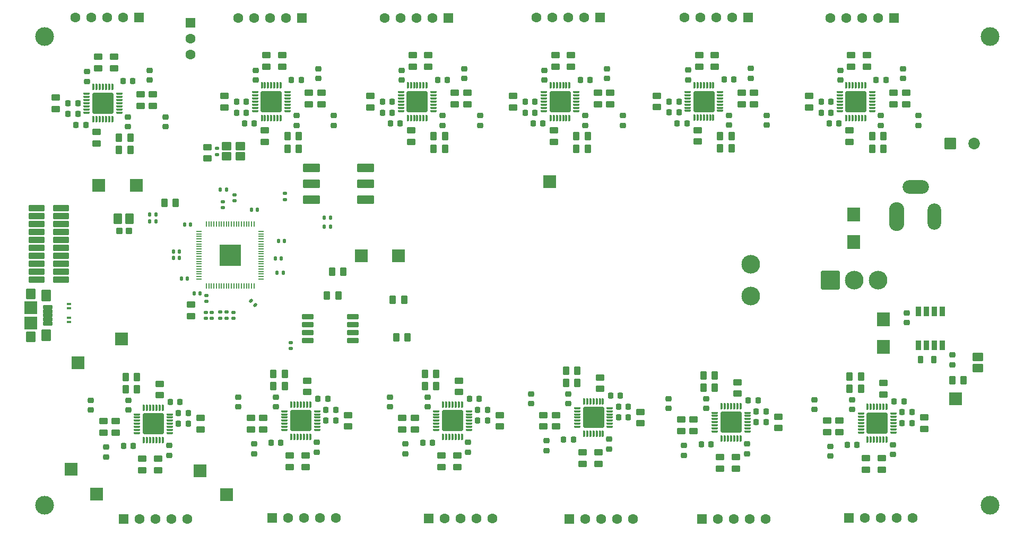
<source format=gbr>
%TF.GenerationSoftware,KiCad,Pcbnew,9.0.0*%
%TF.CreationDate,2025-04-24T16:42:49+01:00*%
%TF.ProjectId,DST,4453542e-6b69-4636-9164-5f7063625858,rev?*%
%TF.SameCoordinates,Original*%
%TF.FileFunction,Soldermask,Top*%
%TF.FilePolarity,Negative*%
%FSLAX46Y46*%
G04 Gerber Fmt 4.6, Leading zero omitted, Abs format (unit mm)*
G04 Created by KiCad (PCBNEW 9.0.0) date 2025-04-24 16:42:49*
%MOMM*%
%LPD*%
G01*
G04 APERTURE LIST*
G04 Aperture macros list*
%AMRoundRect*
0 Rectangle with rounded corners*
0 $1 Rounding radius*
0 $2 $3 $4 $5 $6 $7 $8 $9 X,Y pos of 4 corners*
0 Add a 4 corners polygon primitive as box body*
4,1,4,$2,$3,$4,$5,$6,$7,$8,$9,$2,$3,0*
0 Add four circle primitives for the rounded corners*
1,1,$1+$1,$2,$3*
1,1,$1+$1,$4,$5*
1,1,$1+$1,$6,$7*
1,1,$1+$1,$8,$9*
0 Add four rect primitives between the rounded corners*
20,1,$1+$1,$2,$3,$4,$5,0*
20,1,$1+$1,$4,$5,$6,$7,0*
20,1,$1+$1,$6,$7,$8,$9,0*
20,1,$1+$1,$8,$9,$2,$3,0*%
G04 Aperture macros list end*
%ADD10RoundRect,0.050000X-0.450000X-0.127000X0.450000X-0.127000X0.450000X0.127000X-0.450000X0.127000X0*%
%ADD11RoundRect,0.050000X-0.127000X-0.450000X0.127000X-0.450000X0.127000X0.450000X-0.127000X0.450000X0*%
%ADD12RoundRect,0.102000X-1.550000X-1.550000X1.550000X-1.550000X1.550000X1.550000X-1.550000X1.550000X0*%
%ADD13RoundRect,0.050000X0.450000X0.127000X-0.450000X0.127000X-0.450000X-0.127000X0.450000X-0.127000X0*%
%ADD14RoundRect,0.050000X0.127000X0.450000X-0.127000X0.450000X-0.127000X-0.450000X0.127000X-0.450000X0*%
%ADD15RoundRect,0.102000X1.550000X1.550000X-1.550000X1.550000X-1.550000X-1.550000X1.550000X-1.550000X0*%
%ADD16RoundRect,0.102000X-0.699000X0.699000X-0.699000X-0.699000X0.699000X-0.699000X0.699000X0.699000X0*%
%ADD17C,1.602000*%
%ADD18RoundRect,0.225000X-0.250000X0.225000X-0.250000X-0.225000X0.250000X-0.225000X0.250000X0.225000X0*%
%ADD19RoundRect,0.250000X0.450000X-0.262500X0.450000X0.262500X-0.450000X0.262500X-0.450000X-0.262500X0*%
%ADD20RoundRect,0.250000X-0.450000X0.262500X-0.450000X-0.262500X0.450000X-0.262500X0.450000X0.262500X0*%
%ADD21RoundRect,0.250000X0.262500X0.450000X-0.262500X0.450000X-0.262500X-0.450000X0.262500X-0.450000X0*%
%ADD22RoundRect,0.140000X0.140000X0.170000X-0.140000X0.170000X-0.140000X-0.170000X0.140000X-0.170000X0*%
%ADD23RoundRect,0.135000X-0.185000X0.135000X-0.185000X-0.135000X0.185000X-0.135000X0.185000X0.135000X0*%
%ADD24RoundRect,0.225000X0.225000X0.250000X-0.225000X0.250000X-0.225000X-0.250000X0.225000X-0.250000X0*%
%ADD25RoundRect,0.102000X0.699000X0.699000X-0.699000X0.699000X-0.699000X-0.699000X0.699000X-0.699000X0*%
%ADD26C,3.000000*%
%ADD27RoundRect,0.225000X0.250000X-0.225000X0.250000X0.225000X-0.250000X0.225000X-0.250000X-0.225000X0*%
%ADD28RoundRect,0.102000X-0.725000X0.550000X-0.725000X-0.550000X0.725000X-0.550000X0.725000X0.550000X0*%
%ADD29R,2.150000X2.200000*%
%ADD30RoundRect,0.225000X-0.225000X-0.250000X0.225000X-0.250000X0.225000X0.250000X-0.225000X0.250000X0*%
%ADD31RoundRect,0.050000X0.350000X0.050000X-0.350000X0.050000X-0.350000X-0.050000X0.350000X-0.050000X0*%
%ADD32RoundRect,0.050000X0.050000X0.350000X-0.050000X0.350000X-0.050000X-0.350000X0.050000X-0.350000X0*%
%ADD33R,3.400000X3.400000*%
%ADD34RoundRect,0.140000X-0.170000X0.140000X-0.170000X-0.140000X0.170000X-0.140000X0.170000X0.140000X0*%
%ADD35RoundRect,0.140000X0.170000X-0.140000X0.170000X0.140000X-0.170000X0.140000X-0.170000X-0.140000X0*%
%ADD36RoundRect,0.218750X-0.218750X-0.381250X0.218750X-0.381250X0.218750X0.381250X-0.218750X0.381250X0*%
%ADD37RoundRect,0.140000X-0.140000X-0.170000X0.140000X-0.170000X0.140000X0.170000X-0.140000X0.170000X0*%
%ADD38RoundRect,0.102000X-0.699000X-0.699000X0.699000X-0.699000X0.699000X0.699000X-0.699000X0.699000X0*%
%ADD39RoundRect,0.135000X-0.135000X-0.185000X0.135000X-0.185000X0.135000X0.185000X-0.135000X0.185000X0*%
%ADD40RoundRect,0.098000X0.809000X0.294000X-0.809000X0.294000X-0.809000X-0.294000X0.809000X-0.294000X0*%
%ADD41O,2.404000X4.604000*%
%ADD42O,2.204000X4.204000*%
%ADD43O,4.204000X2.204000*%
%ADD44RoundRect,0.135000X0.135000X0.185000X-0.135000X0.185000X-0.135000X-0.185000X0.135000X-0.185000X0*%
%ADD45RoundRect,0.250000X-0.262500X-0.450000X0.262500X-0.450000X0.262500X0.450000X-0.262500X0.450000X0*%
%ADD46RoundRect,0.102000X-1.220000X-0.565000X1.220000X-0.565000X1.220000X0.565000X-1.220000X0.565000X0*%
%ADD47R,2.000000X2.000000*%
%ADD48RoundRect,0.102000X0.700000X0.550000X-0.700000X0.550000X-0.700000X-0.550000X0.700000X-0.550000X0*%
%ADD49R,0.700000X0.400000*%
%ADD50RoundRect,0.102000X-1.387500X-1.387500X1.387500X-1.387500X1.387500X1.387500X-1.387500X1.387500X0*%
%ADD51C,2.979000*%
%ADD52RoundRect,0.140000X0.219203X0.021213X0.021213X0.219203X-0.219203X-0.021213X-0.021213X-0.219203X0*%
%ADD53RoundRect,0.102000X-0.550000X-0.725000X0.550000X-0.725000X0.550000X0.725000X-0.550000X0.725000X0*%
%ADD54RoundRect,0.147500X0.172500X-0.147500X0.172500X0.147500X-0.172500X0.147500X-0.172500X-0.147500X0*%
%ADD55RoundRect,0.102000X-1.200000X0.380000X-1.200000X-0.380000X1.200000X-0.380000X1.200000X0.380000X0*%
%ADD56RoundRect,0.102000X-0.675000X0.200000X-0.675000X-0.200000X0.675000X-0.200000X0.675000X0.200000X0*%
%ADD57RoundRect,0.102000X-0.700000X0.800000X-0.700000X-0.800000X0.700000X-0.800000X0.700000X0.800000X0*%
%ADD58RoundRect,0.102000X-0.650000X0.725000X-0.650000X-0.725000X0.650000X-0.725000X0.650000X0.725000X0*%
%ADD59RoundRect,0.102000X-0.950000X0.950000X-0.950000X-0.950000X0.950000X-0.950000X0.950000X0.950000X0*%
%ADD60RoundRect,0.102000X-0.400000X-0.400000X0.400000X-0.400000X0.400000X0.400000X-0.400000X0.400000X0*%
%ADD61RoundRect,0.102000X-0.825000X-0.825000X0.825000X-0.825000X0.825000X0.825000X-0.825000X0.825000X0*%
%ADD62C,1.854000*%
%ADD63RoundRect,0.102000X-0.300000X-0.700000X0.300000X-0.700000X0.300000X0.700000X-0.300000X0.700000X0*%
%ADD64RoundRect,0.135000X0.185000X-0.135000X0.185000X0.135000X-0.185000X0.135000X-0.185000X-0.135000X0*%
G04 APERTURE END LIST*
D10*
%TO.C,U15*%
X104610000Y-63490000D03*
X104610000Y-63990000D03*
X104610000Y-64490000D03*
X104610000Y-64990000D03*
X104610000Y-65490000D03*
X104610000Y-65990000D03*
X104610000Y-66490000D03*
D11*
X105700000Y-67580000D03*
X106200000Y-67580000D03*
X106700000Y-67580000D03*
X107200000Y-67580000D03*
X107700000Y-67580000D03*
X108200000Y-67580000D03*
X108700000Y-67580000D03*
D10*
X109790000Y-66490000D03*
X109790000Y-65990000D03*
X109790000Y-65490000D03*
X109790000Y-64990000D03*
X109790000Y-64490000D03*
X109790000Y-63990000D03*
X109790000Y-63490000D03*
D11*
X108700000Y-62400000D03*
X108200000Y-62400000D03*
X107700000Y-62400000D03*
X107200000Y-62400000D03*
X106700000Y-62400000D03*
X106200000Y-62400000D03*
X105700000Y-62400000D03*
D12*
X107200000Y-64990000D03*
%TD*%
D13*
%TO.C,U9*%
X233340000Y-117651000D03*
X233340000Y-117151000D03*
X233340000Y-116651000D03*
X233340000Y-116151000D03*
X233340000Y-115651000D03*
X233340000Y-115151000D03*
X233340000Y-114651000D03*
D14*
X232250000Y-113561000D03*
X231750000Y-113561000D03*
X231250000Y-113561000D03*
X230750000Y-113561000D03*
X230250000Y-113561000D03*
X229750000Y-113561000D03*
X229250000Y-113561000D03*
D13*
X228160000Y-114651000D03*
X228160000Y-115151000D03*
X228160000Y-115651000D03*
X228160000Y-116151000D03*
X228160000Y-116651000D03*
X228160000Y-117151000D03*
X228160000Y-117651000D03*
D14*
X229250000Y-118741000D03*
X229750000Y-118741000D03*
X230250000Y-118741000D03*
X230750000Y-118741000D03*
X231250000Y-118741000D03*
X231750000Y-118741000D03*
X232250000Y-118741000D03*
D15*
X230750000Y-116151000D03*
%TD*%
D13*
%TO.C,U8*%
X210045000Y-117500000D03*
X210045000Y-117000000D03*
X210045000Y-116500000D03*
X210045000Y-116000000D03*
X210045000Y-115500000D03*
X210045000Y-115000000D03*
X210045000Y-114500000D03*
D14*
X208955000Y-113410000D03*
X208455000Y-113410000D03*
X207955000Y-113410000D03*
X207455000Y-113410000D03*
X206955000Y-113410000D03*
X206455000Y-113410000D03*
X205955000Y-113410000D03*
D13*
X204865000Y-114500000D03*
X204865000Y-115000000D03*
X204865000Y-115500000D03*
X204865000Y-116000000D03*
X204865000Y-116500000D03*
X204865000Y-117000000D03*
X204865000Y-117500000D03*
D14*
X205955000Y-118590000D03*
X206455000Y-118590000D03*
X206955000Y-118590000D03*
X207455000Y-118590000D03*
X207955000Y-118590000D03*
X208455000Y-118590000D03*
X208955000Y-118590000D03*
D15*
X207455000Y-116000000D03*
%TD*%
D13*
%TO.C,U5*%
X141385000Y-117250000D03*
X141385000Y-116750000D03*
X141385000Y-116250000D03*
X141385000Y-115750000D03*
X141385000Y-115250000D03*
X141385000Y-114750000D03*
X141385000Y-114250000D03*
D14*
X140295000Y-113160000D03*
X139795000Y-113160000D03*
X139295000Y-113160000D03*
X138795000Y-113160000D03*
X138295000Y-113160000D03*
X137795000Y-113160000D03*
X137295000Y-113160000D03*
D13*
X136205000Y-114250000D03*
X136205000Y-114750000D03*
X136205000Y-115250000D03*
X136205000Y-115750000D03*
X136205000Y-116250000D03*
X136205000Y-116750000D03*
X136205000Y-117250000D03*
D14*
X137295000Y-118340000D03*
X137795000Y-118340000D03*
X138295000Y-118340000D03*
X138795000Y-118340000D03*
X139295000Y-118340000D03*
X139795000Y-118340000D03*
X140295000Y-118340000D03*
D15*
X138795000Y-115750000D03*
%TD*%
D13*
%TO.C,U7*%
X188090000Y-116750000D03*
X188090000Y-116250000D03*
X188090000Y-115750000D03*
X188090000Y-115250000D03*
X188090000Y-114750000D03*
X188090000Y-114250000D03*
X188090000Y-113750000D03*
D14*
X187000000Y-112660000D03*
X186500000Y-112660000D03*
X186000000Y-112660000D03*
X185500000Y-112660000D03*
X185000000Y-112660000D03*
X184500000Y-112660000D03*
X184000000Y-112660000D03*
D13*
X182910000Y-113750000D03*
X182910000Y-114250000D03*
X182910000Y-114750000D03*
X182910000Y-115250000D03*
X182910000Y-115750000D03*
X182910000Y-116250000D03*
X182910000Y-116750000D03*
D14*
X184000000Y-117840000D03*
X184500000Y-117840000D03*
X185000000Y-117840000D03*
X185500000Y-117840000D03*
X186000000Y-117840000D03*
X186500000Y-117840000D03*
X187000000Y-117840000D03*
D15*
X185500000Y-115250000D03*
%TD*%
D13*
%TO.C,U4*%
X117840000Y-117750000D03*
X117840000Y-117250000D03*
X117840000Y-116750000D03*
X117840000Y-116250000D03*
X117840000Y-115750000D03*
X117840000Y-115250000D03*
X117840000Y-114750000D03*
D14*
X116750000Y-113660000D03*
X116250000Y-113660000D03*
X115750000Y-113660000D03*
X115250000Y-113660000D03*
X114750000Y-113660000D03*
X114250000Y-113660000D03*
X113750000Y-113660000D03*
D13*
X112660000Y-114750000D03*
X112660000Y-115250000D03*
X112660000Y-115750000D03*
X112660000Y-116250000D03*
X112660000Y-116750000D03*
X112660000Y-117250000D03*
X112660000Y-117750000D03*
D14*
X113750000Y-118840000D03*
X114250000Y-118840000D03*
X114750000Y-118840000D03*
X115250000Y-118840000D03*
X115750000Y-118840000D03*
X116250000Y-118840000D03*
X116750000Y-118840000D03*
D15*
X115250000Y-116250000D03*
%TD*%
D13*
%TO.C,U6*%
X165590000Y-117250000D03*
X165590000Y-116750000D03*
X165590000Y-116250000D03*
X165590000Y-115750000D03*
X165590000Y-115250000D03*
X165590000Y-114750000D03*
X165590000Y-114250000D03*
D14*
X164500000Y-113160000D03*
X164000000Y-113160000D03*
X163500000Y-113160000D03*
X163000000Y-113160000D03*
X162500000Y-113160000D03*
X162000000Y-113160000D03*
X161500000Y-113160000D03*
D13*
X160410000Y-114250000D03*
X160410000Y-114750000D03*
X160410000Y-115250000D03*
X160410000Y-115750000D03*
X160410000Y-116250000D03*
X160410000Y-116750000D03*
X160410000Y-117250000D03*
D14*
X161500000Y-118340000D03*
X162000000Y-118340000D03*
X162500000Y-118340000D03*
X163000000Y-118340000D03*
X163500000Y-118340000D03*
X164000000Y-118340000D03*
X164500000Y-118340000D03*
D15*
X163000000Y-115750000D03*
%TD*%
D10*
%TO.C,U10*%
X224775000Y-63250000D03*
X224775000Y-63750000D03*
X224775000Y-64250000D03*
X224775000Y-64750000D03*
X224775000Y-65250000D03*
X224775000Y-65750000D03*
X224775000Y-66250000D03*
D11*
X225865000Y-67340000D03*
X226365000Y-67340000D03*
X226865000Y-67340000D03*
X227365000Y-67340000D03*
X227865000Y-67340000D03*
X228365000Y-67340000D03*
X228865000Y-67340000D03*
D10*
X229955000Y-66250000D03*
X229955000Y-65750000D03*
X229955000Y-65250000D03*
X229955000Y-64750000D03*
X229955000Y-64250000D03*
X229955000Y-63750000D03*
X229955000Y-63250000D03*
D11*
X228865000Y-62160000D03*
X228365000Y-62160000D03*
X227865000Y-62160000D03*
X227365000Y-62160000D03*
X226865000Y-62160000D03*
X226365000Y-62160000D03*
X225865000Y-62160000D03*
D12*
X227365000Y-64750000D03*
%TD*%
D10*
%TO.C,U13*%
X154775000Y-63250000D03*
X154775000Y-63750000D03*
X154775000Y-64250000D03*
X154775000Y-64750000D03*
X154775000Y-65250000D03*
X154775000Y-65750000D03*
X154775000Y-66250000D03*
D11*
X155865000Y-67340000D03*
X156365000Y-67340000D03*
X156865000Y-67340000D03*
X157365000Y-67340000D03*
X157865000Y-67340000D03*
X158365000Y-67340000D03*
X158865000Y-67340000D03*
D10*
X159955000Y-66250000D03*
X159955000Y-65750000D03*
X159955000Y-65250000D03*
X159955000Y-64750000D03*
X159955000Y-64250000D03*
X159955000Y-63750000D03*
X159955000Y-63250000D03*
D11*
X158865000Y-62160000D03*
X158365000Y-62160000D03*
X157865000Y-62160000D03*
X157365000Y-62160000D03*
X156865000Y-62160000D03*
X156365000Y-62160000D03*
X155865000Y-62160000D03*
D12*
X157365000Y-64750000D03*
%TD*%
D10*
%TO.C,U12*%
X177570000Y-63250000D03*
X177570000Y-63750000D03*
X177570000Y-64250000D03*
X177570000Y-64750000D03*
X177570000Y-65250000D03*
X177570000Y-65750000D03*
X177570000Y-66250000D03*
D11*
X178660000Y-67340000D03*
X179160000Y-67340000D03*
X179660000Y-67340000D03*
X180160000Y-67340000D03*
X180660000Y-67340000D03*
X181160000Y-67340000D03*
X181660000Y-67340000D03*
D10*
X182750000Y-66250000D03*
X182750000Y-65750000D03*
X182750000Y-65250000D03*
X182750000Y-64750000D03*
X182750000Y-64250000D03*
X182750000Y-63750000D03*
X182750000Y-63250000D03*
D11*
X181660000Y-62160000D03*
X181160000Y-62160000D03*
X180660000Y-62160000D03*
X180160000Y-62160000D03*
X179660000Y-62160000D03*
X179160000Y-62160000D03*
X178660000Y-62160000D03*
D12*
X180160000Y-64750000D03*
%TD*%
D10*
%TO.C,U11*%
X200525000Y-63225000D03*
X200525000Y-63725000D03*
X200525000Y-64225000D03*
X200525000Y-64725000D03*
X200525000Y-65225000D03*
X200525000Y-65725000D03*
X200525000Y-66225000D03*
D11*
X201615000Y-67315000D03*
X202115000Y-67315000D03*
X202615000Y-67315000D03*
X203115000Y-67315000D03*
X203615000Y-67315000D03*
X204115000Y-67315000D03*
X204615000Y-67315000D03*
D10*
X205705000Y-66225000D03*
X205705000Y-65725000D03*
X205705000Y-65225000D03*
X205705000Y-64725000D03*
X205705000Y-64225000D03*
X205705000Y-63725000D03*
X205705000Y-63225000D03*
D11*
X204615000Y-62135000D03*
X204115000Y-62135000D03*
X203615000Y-62135000D03*
X203115000Y-62135000D03*
X202615000Y-62135000D03*
X202115000Y-62135000D03*
X201615000Y-62135000D03*
D12*
X203115000Y-64725000D03*
%TD*%
D10*
%TO.C,U14*%
X131480000Y-63250000D03*
X131480000Y-63750000D03*
X131480000Y-64250000D03*
X131480000Y-64750000D03*
X131480000Y-65250000D03*
X131480000Y-65750000D03*
X131480000Y-66250000D03*
D11*
X132570000Y-67340000D03*
X133070000Y-67340000D03*
X133570000Y-67340000D03*
X134070000Y-67340000D03*
X134570000Y-67340000D03*
X135070000Y-67340000D03*
X135570000Y-67340000D03*
D10*
X136660000Y-66250000D03*
X136660000Y-65750000D03*
X136660000Y-65250000D03*
X136660000Y-64750000D03*
X136660000Y-64250000D03*
X136660000Y-63750000D03*
X136660000Y-63250000D03*
D11*
X135570000Y-62160000D03*
X135070000Y-62160000D03*
X134570000Y-62160000D03*
X134070000Y-62160000D03*
X133570000Y-62160000D03*
X133070000Y-62160000D03*
X132570000Y-62160000D03*
D12*
X134070000Y-64750000D03*
%TD*%
D16*
%TO.C,J2*%
X121137500Y-52160000D03*
D17*
X121137500Y-54700000D03*
X121137500Y-57240000D03*
%TD*%
D18*
%TO.C,C67*%
X210615000Y-59450000D03*
X210615000Y-61000000D03*
%TD*%
D19*
%TO.C,R54*%
X219865000Y-65662500D03*
X219865000Y-63837500D03*
%TD*%
D20*
%TO.C,R112*%
X115200000Y-63577500D03*
X115200000Y-65402500D03*
%TD*%
%TO.C,R55*%
X226615000Y-57337500D03*
X226615000Y-59162500D03*
%TD*%
%TO.C,R96*%
X165365000Y-63337500D03*
X165365000Y-65162500D03*
%TD*%
D21*
%TO.C,R58*%
X111612500Y-72490000D03*
X109787500Y-72490000D03*
%TD*%
D22*
%TO.C,C107*%
X131880000Y-82000000D03*
X130920000Y-82000000D03*
%TD*%
D20*
%TO.C,R86*%
X186500000Y-108837500D03*
X186500000Y-110662500D03*
%TD*%
D18*
%TO.C,C6*%
X117750000Y-119725000D03*
X117750000Y-121275000D03*
%TD*%
D23*
%TO.C,R67*%
X126900000Y-98390000D03*
X126900000Y-99410000D03*
%TD*%
D24*
%TO.C,C79*%
X154640000Y-68250000D03*
X153090000Y-68250000D03*
%TD*%
D25*
%TO.C,J29*%
X112940000Y-51300000D03*
D17*
X110400000Y-51300000D03*
X107860000Y-51300000D03*
X105320000Y-51300000D03*
X102780000Y-51300000D03*
%TD*%
D19*
%TO.C,R52*%
X222750000Y-117563500D03*
X222750000Y-115738500D03*
%TD*%
D20*
%TO.C,R10*%
X109250000Y-115837500D03*
X109250000Y-117662500D03*
%TD*%
D26*
%TO.C,REF\u002A\u002A*%
X97900000Y-129300000D03*
%TD*%
D27*
%TO.C,C26*%
X153000000Y-113525000D03*
X153000000Y-111975000D03*
%TD*%
D24*
%TO.C,C17*%
X135570000Y-119250000D03*
X134020000Y-119250000D03*
%TD*%
D27*
%TO.C,C11*%
X105250000Y-114025000D03*
X105250000Y-112475000D03*
%TD*%
D28*
%TO.C,D7*%
X246800000Y-107337500D03*
X246800000Y-105537500D03*
%TD*%
D29*
%TO.C,D1*%
X231750000Y-103950000D03*
X231750000Y-99550000D03*
%TD*%
D27*
%TO.C,C19*%
X131295000Y-121025000D03*
X131295000Y-119475000D03*
%TD*%
D18*
%TO.C,C98*%
X117200000Y-67215000D03*
X117200000Y-68765000D03*
%TD*%
D30*
%TO.C,C73*%
X183385000Y-61250000D03*
X184935000Y-61250000D03*
%TD*%
D31*
%TO.C,U1*%
X132462500Y-93087500D03*
X132462500Y-92687500D03*
X132462500Y-92287500D03*
X132462500Y-91887500D03*
X132462500Y-91487500D03*
X132462500Y-91087500D03*
X132462500Y-90687500D03*
X132462500Y-90287500D03*
X132462500Y-89887500D03*
X132462500Y-89487500D03*
X132462500Y-89087500D03*
X132462500Y-88687500D03*
X132462500Y-88287500D03*
X132462500Y-87887500D03*
X132462500Y-87487500D03*
X132462500Y-87087500D03*
X132462500Y-86687500D03*
X132462500Y-86287500D03*
X132462500Y-85887500D03*
X132462500Y-85487500D03*
D32*
X131312500Y-84337500D03*
X130912500Y-84337500D03*
X130512500Y-84337500D03*
X130112500Y-84337500D03*
X129712500Y-84337500D03*
X129312500Y-84337500D03*
X128912500Y-84337500D03*
X128512500Y-84337500D03*
X128112500Y-84337500D03*
X127712500Y-84337500D03*
X127312500Y-84337500D03*
X126912500Y-84337500D03*
X126512500Y-84337500D03*
X126112500Y-84337500D03*
X125712500Y-84337500D03*
X125312500Y-84337500D03*
X124912500Y-84337500D03*
X124512500Y-84337500D03*
X124112500Y-84337500D03*
X123712500Y-84337500D03*
D31*
X122562500Y-85487500D03*
X122562500Y-85887500D03*
X122562500Y-86287500D03*
X122562500Y-86687500D03*
X122562500Y-87087500D03*
X122562500Y-87487500D03*
X122562500Y-87887500D03*
X122562500Y-88287500D03*
X122562500Y-88687500D03*
X122562500Y-89087500D03*
X122562500Y-89487500D03*
X122562500Y-89887500D03*
X122562500Y-90287500D03*
X122562500Y-90687500D03*
X122562500Y-91087500D03*
X122562500Y-91487500D03*
X122562500Y-91887500D03*
X122562500Y-92287500D03*
X122562500Y-92687500D03*
X122562500Y-93087500D03*
D32*
X123712500Y-94237500D03*
X124112500Y-94237500D03*
X124512500Y-94237500D03*
X124912500Y-94237500D03*
X125312500Y-94237500D03*
X125712500Y-94237500D03*
X126112500Y-94237500D03*
X126512500Y-94237500D03*
X126912500Y-94237500D03*
X127312500Y-94237500D03*
X127712500Y-94237500D03*
X128112500Y-94237500D03*
X128512500Y-94237500D03*
X128912500Y-94237500D03*
X129312500Y-94237500D03*
X129712500Y-94237500D03*
X130112500Y-94237500D03*
X130512500Y-94237500D03*
X130912500Y-94237500D03*
X131312500Y-94237500D03*
D33*
X127512500Y-89287500D03*
%TD*%
D34*
%TO.C,C3*%
X137200000Y-103240000D03*
X137200000Y-104200000D03*
%TD*%
D19*
%TO.C,R25*%
X161250000Y-123162500D03*
X161250000Y-121337500D03*
%TD*%
D20*
%TO.C,R92*%
X208455000Y-109587500D03*
X208455000Y-111412500D03*
%TD*%
D21*
%TO.C,R40*%
X231777500Y-72250000D03*
X229952500Y-72250000D03*
%TD*%
%TO.C,R42*%
X207527500Y-72225000D03*
X205702500Y-72225000D03*
%TD*%
%TO.C,R56*%
X138482500Y-72250000D03*
X136657500Y-72250000D03*
%TD*%
D24*
%TO.C,C76*%
X153365000Y-66500000D03*
X151815000Y-66500000D03*
%TD*%
D19*
%TO.C,R102*%
X202115000Y-71137500D03*
X202115000Y-69312500D03*
%TD*%
%TO.C,R114*%
X133070000Y-71162500D03*
X133070000Y-69337500D03*
%TD*%
D30*
%TO.C,C44*%
X234750000Y-114401000D03*
X236300000Y-114401000D03*
%TD*%
D20*
%TO.C,R29*%
X157000000Y-115337500D03*
X157000000Y-117162500D03*
%TD*%
D19*
%TO.C,R11*%
X107250000Y-117662500D03*
X107250000Y-115837500D03*
%TD*%
D18*
%TO.C,C66*%
X213115000Y-66950000D03*
X213115000Y-68500000D03*
%TD*%
D19*
%TO.C,R20*%
X130795000Y-117162500D03*
X130795000Y-115337500D03*
%TD*%
D35*
%TO.C,C101*%
X128000000Y-99380000D03*
X128000000Y-98420000D03*
%TD*%
D18*
%TO.C,C59*%
X234865000Y-59475000D03*
X234865000Y-61025000D03*
%TD*%
D36*
%TO.C,L2*%
X237687500Y-106000000D03*
X239812500Y-106000000D03*
%TD*%
D34*
%TO.C,C111*%
X126300000Y-80740000D03*
X126300000Y-81700000D03*
%TD*%
D37*
%TO.C,C109*%
X118440000Y-89700000D03*
X119400000Y-89700000D03*
%TD*%
D38*
%TO.C,J24*%
X181640000Y-131500000D03*
D17*
X184180000Y-131500000D03*
X186720000Y-131500000D03*
X189260000Y-131500000D03*
X191800000Y-131500000D03*
%TD*%
D38*
%TO.C,J26*%
X202820000Y-131437500D03*
D17*
X205360000Y-131437500D03*
X207900000Y-131437500D03*
X210440000Y-131437500D03*
X212980000Y-131437500D03*
%TD*%
D24*
%TO.C,C55*%
X224640000Y-68250000D03*
X223090000Y-68250000D03*
%TD*%
D20*
%TO.C,R22*%
X170500000Y-114837500D03*
X170500000Y-116662500D03*
%TD*%
%TO.C,R37*%
X179500000Y-114837500D03*
X179500000Y-116662500D03*
%TD*%
D39*
%TO.C,R73*%
X142500000Y-84700000D03*
X143520000Y-84700000D03*
%TD*%
D18*
%TO.C,C88*%
X138070000Y-66975000D03*
X138070000Y-68525000D03*
%TD*%
D21*
%TO.C,R51*%
X228162500Y-110651000D03*
X226337500Y-110651000D03*
%TD*%
D38*
%TO.C,J22*%
X159180000Y-131400000D03*
D17*
X161720000Y-131400000D03*
X164260000Y-131400000D03*
X166800000Y-131400000D03*
X169340000Y-131400000D03*
%TD*%
D40*
%TO.C,U3*%
X147105000Y-102905000D03*
X147105000Y-101635000D03*
X147105000Y-100365000D03*
X147105000Y-99095000D03*
X139895000Y-99095000D03*
X139895000Y-100365000D03*
X139895000Y-101635000D03*
X139895000Y-102905000D03*
%TD*%
D21*
%TO.C,R76*%
X155812500Y-102400000D03*
X153987500Y-102400000D03*
%TD*%
D18*
%TO.C,C75*%
X187660000Y-59475000D03*
X187660000Y-61025000D03*
%TD*%
D19*
%TO.C,R98*%
X126570000Y-65662500D03*
X126570000Y-63837500D03*
%TD*%
D27*
%TO.C,C10*%
X111250000Y-114025000D03*
X111250000Y-112475000D03*
%TD*%
D41*
%TO.C,J13*%
X233900000Y-83100000D03*
D42*
X239900000Y-83100000D03*
D43*
X236900000Y-78400000D03*
%TD*%
D21*
%TO.C,R27*%
X160412500Y-110250000D03*
X158587500Y-110250000D03*
%TD*%
D30*
%TO.C,C89*%
X137295000Y-61250000D03*
X138845000Y-61250000D03*
%TD*%
%TO.C,C93*%
X101650000Y-64990000D03*
X103200000Y-64990000D03*
%TD*%
D38*
%TO.C,J20*%
X134220000Y-131337500D03*
D17*
X136760000Y-131337500D03*
X139300000Y-131337500D03*
X141840000Y-131337500D03*
X144380000Y-131337500D03*
%TD*%
D30*
%TO.C,C97*%
X110425000Y-61490000D03*
X111975000Y-61490000D03*
%TD*%
D44*
%TO.C,R80*%
X115710000Y-82800000D03*
X114690000Y-82800000D03*
%TD*%
D24*
%TO.C,C25*%
X159775000Y-119250000D03*
X158225000Y-119250000D03*
%TD*%
D27*
%TO.C,C35*%
X178000000Y-120525000D03*
X178000000Y-118975000D03*
%TD*%
D24*
%TO.C,C63*%
X200390000Y-68225000D03*
X198840000Y-68225000D03*
%TD*%
D30*
%TO.C,C12*%
X142795000Y-114000000D03*
X144345000Y-114000000D03*
%TD*%
D27*
%TO.C,C34*%
X175500000Y-113025000D03*
X175500000Y-111475000D03*
%TD*%
D45*
%TO.C,R77*%
X153475000Y-96400000D03*
X155300000Y-96400000D03*
%TD*%
D46*
%TO.C,SW3*%
X140500000Y-75320000D03*
X149110000Y-75320000D03*
X140500000Y-77860000D03*
X149110000Y-77860000D03*
X140500000Y-80400000D03*
X149110000Y-80400000D03*
%TD*%
D30*
%TO.C,C61*%
X197565000Y-64725000D03*
X199115000Y-64725000D03*
%TD*%
D26*
%TO.C,REF\u002A\u002A*%
X248800000Y-129300000D03*
%TD*%
D47*
%TO.C,TP11*%
X126900000Y-127600000D03*
%TD*%
%TO.C,SW2*%
X106500000Y-78100000D03*
X112500000Y-78100000D03*
%TD*%
D35*
%TO.C,C112*%
X123600000Y-99380000D03*
X123600000Y-98420000D03*
%TD*%
D24*
%TO.C,C8*%
X112025000Y-119750000D03*
X110475000Y-119750000D03*
%TD*%
%TO.C,C52*%
X223365000Y-66500000D03*
X221815000Y-66500000D03*
%TD*%
D19*
%TO.C,R17*%
X137045000Y-123162500D03*
X137045000Y-121337500D03*
%TD*%
D37*
%TO.C,C103*%
X120220000Y-84400000D03*
X121180000Y-84400000D03*
%TD*%
D24*
%TO.C,C49*%
X227525000Y-119651000D03*
X225975000Y-119651000D03*
%TD*%
D30*
%TO.C,C1*%
X117975000Y-112750000D03*
X119525000Y-112750000D03*
%TD*%
D27*
%TO.C,C43*%
X199955000Y-121275000D03*
X199955000Y-119725000D03*
%TD*%
%TO.C,C50*%
X220750000Y-113926000D03*
X220750000Y-112376000D03*
%TD*%
D24*
%TO.C,C68*%
X176160000Y-66500000D03*
X174610000Y-66500000D03*
%TD*%
D45*
%TO.C,R26*%
X181087500Y-107750000D03*
X182912500Y-107750000D03*
%TD*%
D27*
%TO.C,C86*%
X131570000Y-61275000D03*
X131570000Y-59725000D03*
%TD*%
D29*
%TO.C,D2*%
X227000000Y-87150000D03*
X227000000Y-82750000D03*
%TD*%
D21*
%TO.C,R48*%
X184572500Y-72250000D03*
X182747500Y-72250000D03*
%TD*%
D18*
%TO.C,C56*%
X231365000Y-66975000D03*
X231365000Y-68525000D03*
%TD*%
D37*
%TO.C,C114*%
X121740000Y-95400000D03*
X122700000Y-95400000D03*
%TD*%
D20*
%TO.C,R45*%
X201455000Y-115587500D03*
X201455000Y-117412500D03*
%TD*%
D21*
%TO.C,R43*%
X204867500Y-110500000D03*
X203042500Y-110500000D03*
%TD*%
D30*
%TO.C,C36*%
X211455000Y-114250000D03*
X213005000Y-114250000D03*
%TD*%
D27*
%TO.C,C16*%
X134795000Y-113525000D03*
X134795000Y-111975000D03*
%TD*%
D19*
%TO.C,R110*%
X156365000Y-71162500D03*
X156365000Y-69337500D03*
%TD*%
%TO.C,R70*%
X121300000Y-99025000D03*
X121300000Y-97200000D03*
%TD*%
D48*
%TO.C,U2*%
X129100000Y-73500000D03*
X129100000Y-71900000D03*
X126900000Y-71900000D03*
X126900000Y-73500000D03*
%TD*%
D35*
%TO.C,C113*%
X124600000Y-99380000D03*
X124600000Y-98420000D03*
%TD*%
D49*
%TO.C,D3*%
X101800000Y-97800000D03*
X101800000Y-97100000D03*
%TD*%
D20*
%TO.C,R72*%
X211115000Y-63312500D03*
X211115000Y-65137500D03*
%TD*%
D27*
%TO.C,C116*%
X242750000Y-106800000D03*
X242750000Y-105250000D03*
%TD*%
%TO.C,C27*%
X155500000Y-121025000D03*
X155500000Y-119475000D03*
%TD*%
D18*
%TO.C,C22*%
X165500000Y-119225000D03*
X165500000Y-120775000D03*
%TD*%
D27*
%TO.C,C70*%
X177660000Y-61275000D03*
X177660000Y-59725000D03*
%TD*%
D19*
%TO.C,R90*%
X149865000Y-65662500D03*
X149865000Y-63837500D03*
%TD*%
D18*
%TO.C,C14*%
X141295000Y-119225000D03*
X141295000Y-120775000D03*
%TD*%
D20*
%TO.C,R107*%
X106450000Y-57577500D03*
X106450000Y-59402500D03*
%TD*%
D47*
%TO.C,TP12*%
X122700000Y-123800000D03*
%TD*%
%TO.C,TP2*%
X110200000Y-102700000D03*
%TD*%
D25*
%TO.C,J19*%
X233440000Y-51400000D03*
D17*
X230900000Y-51400000D03*
X228360000Y-51400000D03*
X225820000Y-51400000D03*
X223280000Y-51400000D03*
%TD*%
D25*
%TO.C,J25*%
X162320000Y-51400000D03*
D17*
X159780000Y-51400000D03*
X157240000Y-51400000D03*
X154700000Y-51400000D03*
X152160000Y-51400000D03*
%TD*%
D30*
%TO.C,C81*%
X160590000Y-61250000D03*
X162140000Y-61250000D03*
%TD*%
D18*
%TO.C,C96*%
X111200000Y-67215000D03*
X111200000Y-68765000D03*
%TD*%
D20*
%TO.C,R85*%
X181910000Y-57337500D03*
X181910000Y-59162500D03*
%TD*%
D45*
%TO.C,R87*%
X182747500Y-70250000D03*
X184572500Y-70250000D03*
%TD*%
D27*
%TO.C,C78*%
X154865000Y-61275000D03*
X154865000Y-59725000D03*
%TD*%
D45*
%TO.C,R32*%
X203042500Y-108500000D03*
X204867500Y-108500000D03*
%TD*%
D47*
%TO.C,SW1*%
X154400000Y-89400000D03*
X148400000Y-89400000D03*
%TD*%
D50*
%TO.C,S1*%
X223250000Y-93250000D03*
D51*
X227060000Y-93250000D03*
X230870000Y-93250000D03*
X210550000Y-95790000D03*
X210550000Y-90710000D03*
%TD*%
D19*
%TO.C,R89*%
X186160000Y-65162500D03*
X186160000Y-63337500D03*
%TD*%
D27*
%TO.C,C40*%
X203455000Y-113775000D03*
X203455000Y-112225000D03*
%TD*%
D20*
%TO.C,R101*%
X135820000Y-57337500D03*
X135820000Y-59162500D03*
%TD*%
D19*
%TO.C,R9*%
X113500000Y-123662500D03*
X113500000Y-121837500D03*
%TD*%
D24*
%TO.C,C37*%
X213005000Y-116000000D03*
X211455000Y-116000000D03*
%TD*%
D45*
%TO.C,R71*%
X205702500Y-70225000D03*
X207527500Y-70225000D03*
%TD*%
D37*
%TO.C,C104*%
X118440000Y-88700000D03*
X119400000Y-88700000D03*
%TD*%
D27*
%TO.C,C24*%
X159000000Y-113525000D03*
X159000000Y-111975000D03*
%TD*%
D19*
%TO.C,R97*%
X163365000Y-65162500D03*
X163365000Y-63337500D03*
%TD*%
D47*
%TO.C,TP10*%
X102100000Y-123500000D03*
%TD*%
D38*
%TO.C,J18*%
X110520000Y-131437500D03*
D17*
X113060000Y-131437500D03*
X115600000Y-131437500D03*
X118140000Y-131437500D03*
X120680000Y-131437500D03*
%TD*%
D30*
%TO.C,C69*%
X174610000Y-64750000D03*
X176160000Y-64750000D03*
%TD*%
D20*
%TO.C,R94*%
X231750000Y-109738500D03*
X231750000Y-111563500D03*
%TD*%
D19*
%TO.C,R62*%
X195615000Y-65637500D03*
X195615000Y-63812500D03*
%TD*%
D47*
%TO.C,TP3*%
X103200000Y-106500000D03*
%TD*%
D24*
%TO.C,C60*%
X199115000Y-66475000D03*
X197565000Y-66475000D03*
%TD*%
D52*
%TO.C,C106*%
X131478822Y-97278822D03*
X130800000Y-96600000D03*
%TD*%
D27*
%TO.C,C7*%
X107750000Y-121525000D03*
X107750000Y-119975000D03*
%TD*%
D20*
%TO.C,R53*%
X224750000Y-115738500D03*
X224750000Y-117563500D03*
%TD*%
D19*
%TO.C,R33*%
X183750000Y-122662500D03*
X183750000Y-120837500D03*
%TD*%
D45*
%TO.C,R111*%
X109787500Y-70490000D03*
X111612500Y-70490000D03*
%TD*%
D20*
%TO.C,R93*%
X159115000Y-57337500D03*
X159115000Y-59162500D03*
%TD*%
D22*
%TO.C,C2*%
X126905000Y-78825000D03*
X125945000Y-78825000D03*
%TD*%
D47*
%TO.C,TP8*%
X178500000Y-77500000D03*
%TD*%
D19*
%TO.C,R44*%
X199455000Y-117412500D03*
X199455000Y-115587500D03*
%TD*%
D53*
%TO.C,D5*%
X111400000Y-83500000D03*
X109600000Y-83500000D03*
%TD*%
D23*
%TO.C,R68*%
X125900000Y-98400000D03*
X125900000Y-99420000D03*
%TD*%
D30*
%TO.C,C28*%
X189500000Y-113500000D03*
X191050000Y-113500000D03*
%TD*%
D19*
%TO.C,R39*%
X208205000Y-123412500D03*
X208205000Y-121587500D03*
%TD*%
D18*
%TO.C,C80*%
X161365000Y-66975000D03*
X161365000Y-68525000D03*
%TD*%
D45*
%TO.C,R79*%
X242750000Y-109250000D03*
X244575000Y-109250000D03*
%TD*%
D24*
%TO.C,C45*%
X236300000Y-116151000D03*
X234750000Y-116151000D03*
%TD*%
D45*
%TO.C,R34*%
X226337500Y-108651000D03*
X228162500Y-108651000D03*
%TD*%
D49*
%TO.C,D4*%
X101800000Y-99300000D03*
X101800000Y-100000000D03*
%TD*%
D19*
%TO.C,R113*%
X113200000Y-65402500D03*
X113200000Y-63577500D03*
%TD*%
D18*
%TO.C,C90*%
X144070000Y-66975000D03*
X144070000Y-68525000D03*
%TD*%
D47*
%TO.C,TP9*%
X106200000Y-127500000D03*
%TD*%
D20*
%TO.C,R57*%
X229115000Y-57337500D03*
X229115000Y-59162500D03*
%TD*%
D27*
%TO.C,C32*%
X181500000Y-113025000D03*
X181500000Y-111475000D03*
%TD*%
D19*
%TO.C,R78*%
X209115000Y-65137500D03*
X209115000Y-63312500D03*
%TD*%
D30*
%TO.C,C57*%
X230590000Y-61250000D03*
X232140000Y-61250000D03*
%TD*%
D27*
%TO.C,C54*%
X224865000Y-61275000D03*
X224865000Y-59725000D03*
%TD*%
D19*
%TO.C,R100*%
X226365000Y-71162500D03*
X226365000Y-69337500D03*
%TD*%
D27*
%TO.C,C94*%
X104700000Y-61515000D03*
X104700000Y-59965000D03*
%TD*%
D24*
%TO.C,C21*%
X168550000Y-115750000D03*
X167000000Y-115750000D03*
%TD*%
D30*
%TO.C,C47*%
X233475000Y-112651000D03*
X235025000Y-112651000D03*
%TD*%
D26*
%TO.C,REF\u002A\u002A*%
X248800000Y-54300000D03*
%TD*%
D19*
%TO.C,R36*%
X177500000Y-116662500D03*
X177500000Y-114837500D03*
%TD*%
D30*
%TO.C,C31*%
X188225000Y-111750000D03*
X189775000Y-111750000D03*
%TD*%
D24*
%TO.C,C33*%
X182275000Y-118750000D03*
X180725000Y-118750000D03*
%TD*%
D30*
%TO.C,C20*%
X167000000Y-114000000D03*
X168550000Y-114000000D03*
%TD*%
D45*
%TO.C,R59*%
X229952500Y-70250000D03*
X231777500Y-70250000D03*
%TD*%
D34*
%TO.C,C108*%
X128200000Y-79620000D03*
X128200000Y-80580000D03*
%TD*%
D24*
%TO.C,C87*%
X131345000Y-68250000D03*
X129795000Y-68250000D03*
%TD*%
D21*
%TO.C,R19*%
X136207500Y-110250000D03*
X134382500Y-110250000D03*
%TD*%
%TO.C,R6*%
X112662500Y-110750000D03*
X110837500Y-110750000D03*
%TD*%
D18*
%TO.C,C46*%
X233250000Y-119626000D03*
X233250000Y-121176000D03*
%TD*%
D24*
%TO.C,C5*%
X120800000Y-116250000D03*
X119250000Y-116250000D03*
%TD*%
D22*
%TO.C,C102*%
X135960000Y-92100000D03*
X135000000Y-92100000D03*
%TD*%
D19*
%TO.C,R8*%
X116000000Y-123662500D03*
X116000000Y-121837500D03*
%TD*%
D18*
%TO.C,C72*%
X184160000Y-66975000D03*
X184160000Y-68525000D03*
%TD*%
D19*
%TO.C,R108*%
X179160000Y-71162500D03*
X179160000Y-69337500D03*
%TD*%
D45*
%TO.C,R103*%
X136657500Y-70250000D03*
X138482500Y-70250000D03*
%TD*%
%TO.C,R16*%
X110837500Y-108750000D03*
X112662500Y-108750000D03*
%TD*%
D30*
%TO.C,C9*%
X119250000Y-114500000D03*
X120800000Y-114500000D03*
%TD*%
D25*
%TO.C,J27*%
X138980000Y-51362500D03*
D17*
X136440000Y-51362500D03*
X133900000Y-51362500D03*
X131360000Y-51362500D03*
X128820000Y-51362500D03*
%TD*%
D54*
%TO.C,L1*%
X123700000Y-96685000D03*
X123700000Y-95715000D03*
%TD*%
D20*
%TO.C,R63*%
X202365000Y-57312500D03*
X202365000Y-59137500D03*
%TD*%
%TO.C,R64*%
X116250000Y-109837500D03*
X116250000Y-111662500D03*
%TD*%
D47*
%TO.C,TP1*%
X243250000Y-112250000D03*
%TD*%
D30*
%TO.C,C15*%
X141520000Y-112250000D03*
X143070000Y-112250000D03*
%TD*%
D20*
%TO.C,R83*%
X179410000Y-57337500D03*
X179410000Y-59162500D03*
%TD*%
D18*
%TO.C,C64*%
X207115000Y-66950000D03*
X207115000Y-68500000D03*
%TD*%
D30*
%TO.C,C77*%
X151815000Y-64750000D03*
X153365000Y-64750000D03*
%TD*%
D20*
%TO.C,R69*%
X123902000Y-72012500D03*
X123902000Y-73837500D03*
%TD*%
D38*
%TO.C,J28*%
X226280000Y-131300000D03*
D17*
X228820000Y-131300000D03*
X231360000Y-131300000D03*
X233900000Y-131300000D03*
X236440000Y-131300000D03*
%TD*%
D27*
%TO.C,C48*%
X226750000Y-113926000D03*
X226750000Y-112376000D03*
%TD*%
D24*
%TO.C,C29*%
X191050000Y-115250000D03*
X189500000Y-115250000D03*
%TD*%
D35*
%TO.C,C4*%
X125377000Y-73180000D03*
X125377000Y-72220000D03*
%TD*%
D24*
%TO.C,C92*%
X103200000Y-66740000D03*
X101650000Y-66740000D03*
%TD*%
D27*
%TO.C,C51*%
X223250000Y-121426000D03*
X223250000Y-119876000D03*
%TD*%
D20*
%TO.C,R109*%
X108950000Y-57577500D03*
X108950000Y-59402500D03*
%TD*%
D18*
%TO.C,C82*%
X167365000Y-66975000D03*
X167365000Y-68525000D03*
%TD*%
D21*
%TO.C,R50*%
X161777500Y-72250000D03*
X159952500Y-72250000D03*
%TD*%
D18*
%TO.C,C58*%
X237365000Y-66975000D03*
X237365000Y-68525000D03*
%TD*%
D55*
%TO.C,J3*%
X96600000Y-81772500D03*
X100500000Y-81772500D03*
X96600000Y-83042500D03*
X100500000Y-83042500D03*
X96600000Y-84312500D03*
X100500000Y-84312500D03*
X96600000Y-85582500D03*
X100500000Y-85582500D03*
X96600000Y-86852500D03*
X100500000Y-86852500D03*
X96600000Y-88122500D03*
X100500000Y-88122500D03*
X96600000Y-89392500D03*
X100500000Y-89392500D03*
X96600000Y-90662500D03*
X100500000Y-90662500D03*
X96600000Y-91932500D03*
X100500000Y-91932500D03*
X96600000Y-93202500D03*
X100500000Y-93202500D03*
%TD*%
D19*
%TO.C,R49*%
X229000000Y-123563500D03*
X229000000Y-121738500D03*
%TD*%
D45*
%TO.C,R24*%
X158587500Y-108250000D03*
X160412500Y-108250000D03*
%TD*%
D20*
%TO.C,R30*%
X193000000Y-114337500D03*
X193000000Y-116162500D03*
%TD*%
D56*
%TO.C,J14*%
X98400000Y-97600000D03*
X98400000Y-98250000D03*
X98400000Y-98900000D03*
X98400000Y-99550000D03*
X98400000Y-100200000D03*
D57*
X98175000Y-95700000D03*
X98175000Y-102100000D03*
D58*
X95725000Y-102325000D03*
D59*
X95725000Y-100100000D03*
X95725000Y-97700000D03*
D58*
X95725000Y-95475000D03*
%TD*%
D22*
%TO.C,C100*%
X136180000Y-87000000D03*
X135220000Y-87000000D03*
%TD*%
D26*
%TO.C,REF\u002A\u002A*%
X97900000Y-54300000D03*
%TD*%
D18*
%TO.C,C99*%
X114700000Y-59715000D03*
X114700000Y-61265000D03*
%TD*%
D27*
%TO.C,C18*%
X128795000Y-113525000D03*
X128795000Y-111975000D03*
%TD*%
D19*
%TO.C,R23*%
X163750000Y-123162500D03*
X163750000Y-121337500D03*
%TD*%
D20*
%TO.C,R21*%
X132795000Y-115337500D03*
X132795000Y-117162500D03*
%TD*%
D19*
%TO.C,R81*%
X172660000Y-65662500D03*
X172660000Y-63837500D03*
%TD*%
D20*
%TO.C,R46*%
X238250000Y-115238500D03*
X238250000Y-117063500D03*
%TD*%
D44*
%TO.C,R82*%
X115710000Y-83900000D03*
X114690000Y-83900000D03*
%TD*%
D18*
%TO.C,C38*%
X209955000Y-119475000D03*
X209955000Y-121025000D03*
%TD*%
D19*
%TO.C,R61*%
X233365000Y-65162500D03*
X233365000Y-63337500D03*
%TD*%
D20*
%TO.C,R84*%
X164000000Y-109337500D03*
X164000000Y-111162500D03*
%TD*%
D22*
%TO.C,C110*%
X135660000Y-89800000D03*
X134700000Y-89800000D03*
%TD*%
D27*
%TO.C,C115*%
X235500000Y-100050000D03*
X235500000Y-98500000D03*
%TD*%
D24*
%TO.C,C71*%
X177435000Y-68250000D03*
X175885000Y-68250000D03*
%TD*%
D19*
%TO.C,R105*%
X140070000Y-65162500D03*
X140070000Y-63337500D03*
%TD*%
D45*
%TO.C,R5*%
X116987500Y-80900000D03*
X118812500Y-80900000D03*
%TD*%
D30*
%TO.C,C39*%
X210180000Y-112500000D03*
X211730000Y-112500000D03*
%TD*%
D20*
%TO.C,R65*%
X204865000Y-57312500D03*
X204865000Y-59137500D03*
%TD*%
%TO.C,R104*%
X142070000Y-63337500D03*
X142070000Y-65162500D03*
%TD*%
D24*
%TO.C,C13*%
X144345000Y-115750000D03*
X142795000Y-115750000D03*
%TD*%
D45*
%TO.C,R95*%
X159952500Y-70250000D03*
X161777500Y-70250000D03*
%TD*%
D18*
%TO.C,C30*%
X188000000Y-118725000D03*
X188000000Y-120275000D03*
%TD*%
D60*
%TO.C,D6*%
X111350000Y-85400000D03*
X109850000Y-85400000D03*
%TD*%
D30*
%TO.C,C53*%
X221815000Y-64750000D03*
X223365000Y-64750000D03*
%TD*%
D20*
%TO.C,R60*%
X235365000Y-63337500D03*
X235365000Y-65162500D03*
%TD*%
D19*
%TO.C,R106*%
X99700000Y-65902500D03*
X99700000Y-64077500D03*
%TD*%
D39*
%TO.C,R74*%
X142490000Y-83300000D03*
X143510000Y-83300000D03*
%TD*%
D20*
%TO.C,R14*%
X146295000Y-114837500D03*
X146295000Y-116662500D03*
%TD*%
D61*
%TO.C,J1*%
X242390000Y-71400000D03*
D62*
X246200000Y-71400000D03*
%TD*%
D19*
%TO.C,R15*%
X139545000Y-123162500D03*
X139545000Y-121337500D03*
%TD*%
D37*
%TO.C,C105*%
X119740000Y-93000000D03*
X120700000Y-93000000D03*
%TD*%
D25*
%TO.C,J23*%
X186540000Y-51300000D03*
D17*
X184000000Y-51300000D03*
X181460000Y-51300000D03*
X178920000Y-51300000D03*
X176380000Y-51300000D03*
%TD*%
D19*
%TO.C,R28*%
X155000000Y-117162500D03*
X155000000Y-115337500D03*
%TD*%
D25*
%TO.C,J21*%
X210140000Y-51300000D03*
D17*
X207600000Y-51300000D03*
X205060000Y-51300000D03*
X202520000Y-51300000D03*
X199980000Y-51300000D03*
%TD*%
D21*
%TO.C,R35*%
X182912500Y-109750000D03*
X181087500Y-109750000D03*
%TD*%
D63*
%TO.C,U16*%
X237345000Y-103700000D03*
X238615000Y-103700000D03*
X239885000Y-103700000D03*
X241155000Y-103700000D03*
X241155000Y-98300000D03*
X239885000Y-98300000D03*
X238615000Y-98300000D03*
X237345000Y-98300000D03*
%TD*%
D21*
%TO.C,R4*%
X145600000Y-91900000D03*
X143775000Y-91900000D03*
%TD*%
D19*
%TO.C,R41*%
X205705000Y-123412500D03*
X205705000Y-121587500D03*
%TD*%
D20*
%TO.C,R91*%
X156615000Y-57337500D03*
X156615000Y-59162500D03*
%TD*%
%TO.C,R99*%
X133320000Y-57337500D03*
X133320000Y-59162500D03*
%TD*%
D18*
%TO.C,C91*%
X141570000Y-59475000D03*
X141570000Y-61025000D03*
%TD*%
D24*
%TO.C,C84*%
X130070000Y-66500000D03*
X128520000Y-66500000D03*
%TD*%
D45*
%TO.C,R3*%
X142975000Y-95700000D03*
X144800000Y-95700000D03*
%TD*%
D20*
%TO.C,R66*%
X139795000Y-109337500D03*
X139795000Y-111162500D03*
%TD*%
D19*
%TO.C,R115*%
X106200000Y-71402500D03*
X106200000Y-69577500D03*
%TD*%
D27*
%TO.C,C62*%
X200615000Y-61250000D03*
X200615000Y-59700000D03*
%TD*%
D30*
%TO.C,C65*%
X206340000Y-61225000D03*
X207890000Y-61225000D03*
%TD*%
D19*
%TO.C,R47*%
X231500000Y-123563500D03*
X231500000Y-121738500D03*
%TD*%
D18*
%TO.C,C74*%
X190160000Y-66975000D03*
X190160000Y-68525000D03*
%TD*%
D30*
%TO.C,C85*%
X128520000Y-64750000D03*
X130070000Y-64750000D03*
%TD*%
D20*
%TO.C,R13*%
X122750000Y-115337500D03*
X122750000Y-117162500D03*
%TD*%
D24*
%TO.C,C41*%
X204230000Y-119500000D03*
X202680000Y-119500000D03*
%TD*%
D20*
%TO.C,R38*%
X214955000Y-115087500D03*
X214955000Y-116912500D03*
%TD*%
D30*
%TO.C,C23*%
X165725000Y-112250000D03*
X167275000Y-112250000D03*
%TD*%
D45*
%TO.C,R18*%
X134382500Y-108250000D03*
X136207500Y-108250000D03*
%TD*%
D27*
%TO.C,C42*%
X197455000Y-113775000D03*
X197455000Y-112225000D03*
%TD*%
D18*
%TO.C,C83*%
X164865000Y-59475000D03*
X164865000Y-61025000D03*
%TD*%
D19*
%TO.C,R31*%
X186250000Y-122662500D03*
X186250000Y-120837500D03*
%TD*%
D20*
%TO.C,R88*%
X188160000Y-63337500D03*
X188160000Y-65162500D03*
%TD*%
D64*
%TO.C,R75*%
X136245000Y-80420000D03*
X136245000Y-79400000D03*
%TD*%
D24*
%TO.C,C95*%
X104475000Y-68490000D03*
X102925000Y-68490000D03*
%TD*%
M02*

</source>
